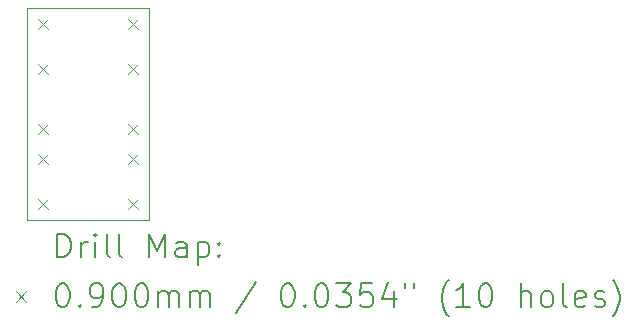
<source format=gbr>
%TF.GenerationSoftware,KiCad,Pcbnew,8.0.7*%
%TF.CreationDate,2024-12-11T02:24:10-05:00*%
%TF.ProjectId,CSAdapter,43534164-6170-4746-9572-2e6b69636164,rev?*%
%TF.SameCoordinates,Original*%
%TF.FileFunction,Drillmap*%
%TF.FilePolarity,Positive*%
%FSLAX45Y45*%
G04 Gerber Fmt 4.5, Leading zero omitted, Abs format (unit mm)*
G04 Created by KiCad (PCBNEW 8.0.7) date 2024-12-11 02:24:10*
%MOMM*%
%LPD*%
G01*
G04 APERTURE LIST*
%ADD10C,0.050000*%
%ADD11C,0.200000*%
%ADD12C,0.100000*%
G04 APERTURE END LIST*
D10*
X10000000Y-10000000D02*
X11040000Y-10000000D01*
X11040000Y-11800000D01*
X10000000Y-11800000D01*
X10000000Y-10000000D01*
D11*
D12*
X10094000Y-10093000D02*
X10184000Y-10183000D01*
X10184000Y-10093000D02*
X10094000Y-10183000D01*
X10094000Y-10474000D02*
X10184000Y-10564000D01*
X10184000Y-10474000D02*
X10094000Y-10564000D01*
X10094000Y-10982000D02*
X10184000Y-11072000D01*
X10184000Y-10982000D02*
X10094000Y-11072000D01*
X10094000Y-11236000D02*
X10184000Y-11326000D01*
X10184000Y-11236000D02*
X10094000Y-11326000D01*
X10094000Y-11617000D02*
X10184000Y-11707000D01*
X10184000Y-11617000D02*
X10094000Y-11707000D01*
X10856000Y-10093000D02*
X10946000Y-10183000D01*
X10946000Y-10093000D02*
X10856000Y-10183000D01*
X10856000Y-10474000D02*
X10946000Y-10564000D01*
X10946000Y-10474000D02*
X10856000Y-10564000D01*
X10856000Y-10982000D02*
X10946000Y-11072000D01*
X10946000Y-10982000D02*
X10856000Y-11072000D01*
X10856000Y-11236000D02*
X10946000Y-11326000D01*
X10946000Y-11236000D02*
X10856000Y-11326000D01*
X10856000Y-11617000D02*
X10946000Y-11707000D01*
X10946000Y-11617000D02*
X10856000Y-11707000D01*
D11*
X10258277Y-12113984D02*
X10258277Y-11913984D01*
X10258277Y-11913984D02*
X10305896Y-11913984D01*
X10305896Y-11913984D02*
X10334467Y-11923508D01*
X10334467Y-11923508D02*
X10353515Y-11942555D01*
X10353515Y-11942555D02*
X10363039Y-11961603D01*
X10363039Y-11961603D02*
X10372563Y-11999698D01*
X10372563Y-11999698D02*
X10372563Y-12028269D01*
X10372563Y-12028269D02*
X10363039Y-12066365D01*
X10363039Y-12066365D02*
X10353515Y-12085412D01*
X10353515Y-12085412D02*
X10334467Y-12104460D01*
X10334467Y-12104460D02*
X10305896Y-12113984D01*
X10305896Y-12113984D02*
X10258277Y-12113984D01*
X10458277Y-12113984D02*
X10458277Y-11980650D01*
X10458277Y-12018746D02*
X10467801Y-11999698D01*
X10467801Y-11999698D02*
X10477324Y-11990174D01*
X10477324Y-11990174D02*
X10496372Y-11980650D01*
X10496372Y-11980650D02*
X10515420Y-11980650D01*
X10582086Y-12113984D02*
X10582086Y-11980650D01*
X10582086Y-11913984D02*
X10572563Y-11923508D01*
X10572563Y-11923508D02*
X10582086Y-11933031D01*
X10582086Y-11933031D02*
X10591610Y-11923508D01*
X10591610Y-11923508D02*
X10582086Y-11913984D01*
X10582086Y-11913984D02*
X10582086Y-11933031D01*
X10705896Y-12113984D02*
X10686848Y-12104460D01*
X10686848Y-12104460D02*
X10677324Y-12085412D01*
X10677324Y-12085412D02*
X10677324Y-11913984D01*
X10810658Y-12113984D02*
X10791610Y-12104460D01*
X10791610Y-12104460D02*
X10782086Y-12085412D01*
X10782086Y-12085412D02*
X10782086Y-11913984D01*
X11039229Y-12113984D02*
X11039229Y-11913984D01*
X11039229Y-11913984D02*
X11105896Y-12056841D01*
X11105896Y-12056841D02*
X11172563Y-11913984D01*
X11172563Y-11913984D02*
X11172563Y-12113984D01*
X11353515Y-12113984D02*
X11353515Y-12009222D01*
X11353515Y-12009222D02*
X11343991Y-11990174D01*
X11343991Y-11990174D02*
X11324943Y-11980650D01*
X11324943Y-11980650D02*
X11286848Y-11980650D01*
X11286848Y-11980650D02*
X11267801Y-11990174D01*
X11353515Y-12104460D02*
X11334467Y-12113984D01*
X11334467Y-12113984D02*
X11286848Y-12113984D01*
X11286848Y-12113984D02*
X11267801Y-12104460D01*
X11267801Y-12104460D02*
X11258277Y-12085412D01*
X11258277Y-12085412D02*
X11258277Y-12066365D01*
X11258277Y-12066365D02*
X11267801Y-12047317D01*
X11267801Y-12047317D02*
X11286848Y-12037793D01*
X11286848Y-12037793D02*
X11334467Y-12037793D01*
X11334467Y-12037793D02*
X11353515Y-12028269D01*
X11448753Y-11980650D02*
X11448753Y-12180650D01*
X11448753Y-11990174D02*
X11467801Y-11980650D01*
X11467801Y-11980650D02*
X11505896Y-11980650D01*
X11505896Y-11980650D02*
X11524943Y-11990174D01*
X11524943Y-11990174D02*
X11534467Y-11999698D01*
X11534467Y-11999698D02*
X11543991Y-12018746D01*
X11543991Y-12018746D02*
X11543991Y-12075888D01*
X11543991Y-12075888D02*
X11534467Y-12094936D01*
X11534467Y-12094936D02*
X11524943Y-12104460D01*
X11524943Y-12104460D02*
X11505896Y-12113984D01*
X11505896Y-12113984D02*
X11467801Y-12113984D01*
X11467801Y-12113984D02*
X11448753Y-12104460D01*
X11629705Y-12094936D02*
X11639229Y-12104460D01*
X11639229Y-12104460D02*
X11629705Y-12113984D01*
X11629705Y-12113984D02*
X11620182Y-12104460D01*
X11620182Y-12104460D02*
X11629705Y-12094936D01*
X11629705Y-12094936D02*
X11629705Y-12113984D01*
X11629705Y-11990174D02*
X11639229Y-11999698D01*
X11639229Y-11999698D02*
X11629705Y-12009222D01*
X11629705Y-12009222D02*
X11620182Y-11999698D01*
X11620182Y-11999698D02*
X11629705Y-11990174D01*
X11629705Y-11990174D02*
X11629705Y-12009222D01*
D12*
X9907500Y-12397500D02*
X9997500Y-12487500D01*
X9997500Y-12397500D02*
X9907500Y-12487500D01*
D11*
X10296372Y-12333984D02*
X10315420Y-12333984D01*
X10315420Y-12333984D02*
X10334467Y-12343508D01*
X10334467Y-12343508D02*
X10343991Y-12353031D01*
X10343991Y-12353031D02*
X10353515Y-12372079D01*
X10353515Y-12372079D02*
X10363039Y-12410174D01*
X10363039Y-12410174D02*
X10363039Y-12457793D01*
X10363039Y-12457793D02*
X10353515Y-12495888D01*
X10353515Y-12495888D02*
X10343991Y-12514936D01*
X10343991Y-12514936D02*
X10334467Y-12524460D01*
X10334467Y-12524460D02*
X10315420Y-12533984D01*
X10315420Y-12533984D02*
X10296372Y-12533984D01*
X10296372Y-12533984D02*
X10277324Y-12524460D01*
X10277324Y-12524460D02*
X10267801Y-12514936D01*
X10267801Y-12514936D02*
X10258277Y-12495888D01*
X10258277Y-12495888D02*
X10248753Y-12457793D01*
X10248753Y-12457793D02*
X10248753Y-12410174D01*
X10248753Y-12410174D02*
X10258277Y-12372079D01*
X10258277Y-12372079D02*
X10267801Y-12353031D01*
X10267801Y-12353031D02*
X10277324Y-12343508D01*
X10277324Y-12343508D02*
X10296372Y-12333984D01*
X10448753Y-12514936D02*
X10458277Y-12524460D01*
X10458277Y-12524460D02*
X10448753Y-12533984D01*
X10448753Y-12533984D02*
X10439229Y-12524460D01*
X10439229Y-12524460D02*
X10448753Y-12514936D01*
X10448753Y-12514936D02*
X10448753Y-12533984D01*
X10553515Y-12533984D02*
X10591610Y-12533984D01*
X10591610Y-12533984D02*
X10610658Y-12524460D01*
X10610658Y-12524460D02*
X10620182Y-12514936D01*
X10620182Y-12514936D02*
X10639229Y-12486365D01*
X10639229Y-12486365D02*
X10648753Y-12448269D01*
X10648753Y-12448269D02*
X10648753Y-12372079D01*
X10648753Y-12372079D02*
X10639229Y-12353031D01*
X10639229Y-12353031D02*
X10629705Y-12343508D01*
X10629705Y-12343508D02*
X10610658Y-12333984D01*
X10610658Y-12333984D02*
X10572563Y-12333984D01*
X10572563Y-12333984D02*
X10553515Y-12343508D01*
X10553515Y-12343508D02*
X10543991Y-12353031D01*
X10543991Y-12353031D02*
X10534467Y-12372079D01*
X10534467Y-12372079D02*
X10534467Y-12419698D01*
X10534467Y-12419698D02*
X10543991Y-12438746D01*
X10543991Y-12438746D02*
X10553515Y-12448269D01*
X10553515Y-12448269D02*
X10572563Y-12457793D01*
X10572563Y-12457793D02*
X10610658Y-12457793D01*
X10610658Y-12457793D02*
X10629705Y-12448269D01*
X10629705Y-12448269D02*
X10639229Y-12438746D01*
X10639229Y-12438746D02*
X10648753Y-12419698D01*
X10772563Y-12333984D02*
X10791610Y-12333984D01*
X10791610Y-12333984D02*
X10810658Y-12343508D01*
X10810658Y-12343508D02*
X10820182Y-12353031D01*
X10820182Y-12353031D02*
X10829705Y-12372079D01*
X10829705Y-12372079D02*
X10839229Y-12410174D01*
X10839229Y-12410174D02*
X10839229Y-12457793D01*
X10839229Y-12457793D02*
X10829705Y-12495888D01*
X10829705Y-12495888D02*
X10820182Y-12514936D01*
X10820182Y-12514936D02*
X10810658Y-12524460D01*
X10810658Y-12524460D02*
X10791610Y-12533984D01*
X10791610Y-12533984D02*
X10772563Y-12533984D01*
X10772563Y-12533984D02*
X10753515Y-12524460D01*
X10753515Y-12524460D02*
X10743991Y-12514936D01*
X10743991Y-12514936D02*
X10734467Y-12495888D01*
X10734467Y-12495888D02*
X10724944Y-12457793D01*
X10724944Y-12457793D02*
X10724944Y-12410174D01*
X10724944Y-12410174D02*
X10734467Y-12372079D01*
X10734467Y-12372079D02*
X10743991Y-12353031D01*
X10743991Y-12353031D02*
X10753515Y-12343508D01*
X10753515Y-12343508D02*
X10772563Y-12333984D01*
X10963039Y-12333984D02*
X10982086Y-12333984D01*
X10982086Y-12333984D02*
X11001134Y-12343508D01*
X11001134Y-12343508D02*
X11010658Y-12353031D01*
X11010658Y-12353031D02*
X11020182Y-12372079D01*
X11020182Y-12372079D02*
X11029705Y-12410174D01*
X11029705Y-12410174D02*
X11029705Y-12457793D01*
X11029705Y-12457793D02*
X11020182Y-12495888D01*
X11020182Y-12495888D02*
X11010658Y-12514936D01*
X11010658Y-12514936D02*
X11001134Y-12524460D01*
X11001134Y-12524460D02*
X10982086Y-12533984D01*
X10982086Y-12533984D02*
X10963039Y-12533984D01*
X10963039Y-12533984D02*
X10943991Y-12524460D01*
X10943991Y-12524460D02*
X10934467Y-12514936D01*
X10934467Y-12514936D02*
X10924944Y-12495888D01*
X10924944Y-12495888D02*
X10915420Y-12457793D01*
X10915420Y-12457793D02*
X10915420Y-12410174D01*
X10915420Y-12410174D02*
X10924944Y-12372079D01*
X10924944Y-12372079D02*
X10934467Y-12353031D01*
X10934467Y-12353031D02*
X10943991Y-12343508D01*
X10943991Y-12343508D02*
X10963039Y-12333984D01*
X11115420Y-12533984D02*
X11115420Y-12400650D01*
X11115420Y-12419698D02*
X11124944Y-12410174D01*
X11124944Y-12410174D02*
X11143991Y-12400650D01*
X11143991Y-12400650D02*
X11172563Y-12400650D01*
X11172563Y-12400650D02*
X11191610Y-12410174D01*
X11191610Y-12410174D02*
X11201134Y-12429222D01*
X11201134Y-12429222D02*
X11201134Y-12533984D01*
X11201134Y-12429222D02*
X11210658Y-12410174D01*
X11210658Y-12410174D02*
X11229705Y-12400650D01*
X11229705Y-12400650D02*
X11258277Y-12400650D01*
X11258277Y-12400650D02*
X11277324Y-12410174D01*
X11277324Y-12410174D02*
X11286848Y-12429222D01*
X11286848Y-12429222D02*
X11286848Y-12533984D01*
X11382086Y-12533984D02*
X11382086Y-12400650D01*
X11382086Y-12419698D02*
X11391610Y-12410174D01*
X11391610Y-12410174D02*
X11410658Y-12400650D01*
X11410658Y-12400650D02*
X11439229Y-12400650D01*
X11439229Y-12400650D02*
X11458277Y-12410174D01*
X11458277Y-12410174D02*
X11467801Y-12429222D01*
X11467801Y-12429222D02*
X11467801Y-12533984D01*
X11467801Y-12429222D02*
X11477324Y-12410174D01*
X11477324Y-12410174D02*
X11496372Y-12400650D01*
X11496372Y-12400650D02*
X11524943Y-12400650D01*
X11524943Y-12400650D02*
X11543991Y-12410174D01*
X11543991Y-12410174D02*
X11553515Y-12429222D01*
X11553515Y-12429222D02*
X11553515Y-12533984D01*
X11943991Y-12324460D02*
X11772563Y-12581603D01*
X12201134Y-12333984D02*
X12220182Y-12333984D01*
X12220182Y-12333984D02*
X12239229Y-12343508D01*
X12239229Y-12343508D02*
X12248753Y-12353031D01*
X12248753Y-12353031D02*
X12258277Y-12372079D01*
X12258277Y-12372079D02*
X12267801Y-12410174D01*
X12267801Y-12410174D02*
X12267801Y-12457793D01*
X12267801Y-12457793D02*
X12258277Y-12495888D01*
X12258277Y-12495888D02*
X12248753Y-12514936D01*
X12248753Y-12514936D02*
X12239229Y-12524460D01*
X12239229Y-12524460D02*
X12220182Y-12533984D01*
X12220182Y-12533984D02*
X12201134Y-12533984D01*
X12201134Y-12533984D02*
X12182086Y-12524460D01*
X12182086Y-12524460D02*
X12172563Y-12514936D01*
X12172563Y-12514936D02*
X12163039Y-12495888D01*
X12163039Y-12495888D02*
X12153515Y-12457793D01*
X12153515Y-12457793D02*
X12153515Y-12410174D01*
X12153515Y-12410174D02*
X12163039Y-12372079D01*
X12163039Y-12372079D02*
X12172563Y-12353031D01*
X12172563Y-12353031D02*
X12182086Y-12343508D01*
X12182086Y-12343508D02*
X12201134Y-12333984D01*
X12353515Y-12514936D02*
X12363039Y-12524460D01*
X12363039Y-12524460D02*
X12353515Y-12533984D01*
X12353515Y-12533984D02*
X12343991Y-12524460D01*
X12343991Y-12524460D02*
X12353515Y-12514936D01*
X12353515Y-12514936D02*
X12353515Y-12533984D01*
X12486848Y-12333984D02*
X12505896Y-12333984D01*
X12505896Y-12333984D02*
X12524944Y-12343508D01*
X12524944Y-12343508D02*
X12534467Y-12353031D01*
X12534467Y-12353031D02*
X12543991Y-12372079D01*
X12543991Y-12372079D02*
X12553515Y-12410174D01*
X12553515Y-12410174D02*
X12553515Y-12457793D01*
X12553515Y-12457793D02*
X12543991Y-12495888D01*
X12543991Y-12495888D02*
X12534467Y-12514936D01*
X12534467Y-12514936D02*
X12524944Y-12524460D01*
X12524944Y-12524460D02*
X12505896Y-12533984D01*
X12505896Y-12533984D02*
X12486848Y-12533984D01*
X12486848Y-12533984D02*
X12467801Y-12524460D01*
X12467801Y-12524460D02*
X12458277Y-12514936D01*
X12458277Y-12514936D02*
X12448753Y-12495888D01*
X12448753Y-12495888D02*
X12439229Y-12457793D01*
X12439229Y-12457793D02*
X12439229Y-12410174D01*
X12439229Y-12410174D02*
X12448753Y-12372079D01*
X12448753Y-12372079D02*
X12458277Y-12353031D01*
X12458277Y-12353031D02*
X12467801Y-12343508D01*
X12467801Y-12343508D02*
X12486848Y-12333984D01*
X12620182Y-12333984D02*
X12743991Y-12333984D01*
X12743991Y-12333984D02*
X12677325Y-12410174D01*
X12677325Y-12410174D02*
X12705896Y-12410174D01*
X12705896Y-12410174D02*
X12724944Y-12419698D01*
X12724944Y-12419698D02*
X12734467Y-12429222D01*
X12734467Y-12429222D02*
X12743991Y-12448269D01*
X12743991Y-12448269D02*
X12743991Y-12495888D01*
X12743991Y-12495888D02*
X12734467Y-12514936D01*
X12734467Y-12514936D02*
X12724944Y-12524460D01*
X12724944Y-12524460D02*
X12705896Y-12533984D01*
X12705896Y-12533984D02*
X12648753Y-12533984D01*
X12648753Y-12533984D02*
X12629706Y-12524460D01*
X12629706Y-12524460D02*
X12620182Y-12514936D01*
X12924944Y-12333984D02*
X12829706Y-12333984D01*
X12829706Y-12333984D02*
X12820182Y-12429222D01*
X12820182Y-12429222D02*
X12829706Y-12419698D01*
X12829706Y-12419698D02*
X12848753Y-12410174D01*
X12848753Y-12410174D02*
X12896372Y-12410174D01*
X12896372Y-12410174D02*
X12915420Y-12419698D01*
X12915420Y-12419698D02*
X12924944Y-12429222D01*
X12924944Y-12429222D02*
X12934467Y-12448269D01*
X12934467Y-12448269D02*
X12934467Y-12495888D01*
X12934467Y-12495888D02*
X12924944Y-12514936D01*
X12924944Y-12514936D02*
X12915420Y-12524460D01*
X12915420Y-12524460D02*
X12896372Y-12533984D01*
X12896372Y-12533984D02*
X12848753Y-12533984D01*
X12848753Y-12533984D02*
X12829706Y-12524460D01*
X12829706Y-12524460D02*
X12820182Y-12514936D01*
X13105896Y-12400650D02*
X13105896Y-12533984D01*
X13058277Y-12324460D02*
X13010658Y-12467317D01*
X13010658Y-12467317D02*
X13134467Y-12467317D01*
X13201134Y-12333984D02*
X13201134Y-12372079D01*
X13277325Y-12333984D02*
X13277325Y-12372079D01*
X13572563Y-12610174D02*
X13563039Y-12600650D01*
X13563039Y-12600650D02*
X13543991Y-12572079D01*
X13543991Y-12572079D02*
X13534468Y-12553031D01*
X13534468Y-12553031D02*
X13524944Y-12524460D01*
X13524944Y-12524460D02*
X13515420Y-12476841D01*
X13515420Y-12476841D02*
X13515420Y-12438746D01*
X13515420Y-12438746D02*
X13524944Y-12391127D01*
X13524944Y-12391127D02*
X13534468Y-12362555D01*
X13534468Y-12362555D02*
X13543991Y-12343508D01*
X13543991Y-12343508D02*
X13563039Y-12314936D01*
X13563039Y-12314936D02*
X13572563Y-12305412D01*
X13753515Y-12533984D02*
X13639229Y-12533984D01*
X13696372Y-12533984D02*
X13696372Y-12333984D01*
X13696372Y-12333984D02*
X13677325Y-12362555D01*
X13677325Y-12362555D02*
X13658277Y-12381603D01*
X13658277Y-12381603D02*
X13639229Y-12391127D01*
X13877325Y-12333984D02*
X13896372Y-12333984D01*
X13896372Y-12333984D02*
X13915420Y-12343508D01*
X13915420Y-12343508D02*
X13924944Y-12353031D01*
X13924944Y-12353031D02*
X13934468Y-12372079D01*
X13934468Y-12372079D02*
X13943991Y-12410174D01*
X13943991Y-12410174D02*
X13943991Y-12457793D01*
X13943991Y-12457793D02*
X13934468Y-12495888D01*
X13934468Y-12495888D02*
X13924944Y-12514936D01*
X13924944Y-12514936D02*
X13915420Y-12524460D01*
X13915420Y-12524460D02*
X13896372Y-12533984D01*
X13896372Y-12533984D02*
X13877325Y-12533984D01*
X13877325Y-12533984D02*
X13858277Y-12524460D01*
X13858277Y-12524460D02*
X13848753Y-12514936D01*
X13848753Y-12514936D02*
X13839229Y-12495888D01*
X13839229Y-12495888D02*
X13829706Y-12457793D01*
X13829706Y-12457793D02*
X13829706Y-12410174D01*
X13829706Y-12410174D02*
X13839229Y-12372079D01*
X13839229Y-12372079D02*
X13848753Y-12353031D01*
X13848753Y-12353031D02*
X13858277Y-12343508D01*
X13858277Y-12343508D02*
X13877325Y-12333984D01*
X14182087Y-12533984D02*
X14182087Y-12333984D01*
X14267801Y-12533984D02*
X14267801Y-12429222D01*
X14267801Y-12429222D02*
X14258277Y-12410174D01*
X14258277Y-12410174D02*
X14239230Y-12400650D01*
X14239230Y-12400650D02*
X14210658Y-12400650D01*
X14210658Y-12400650D02*
X14191610Y-12410174D01*
X14191610Y-12410174D02*
X14182087Y-12419698D01*
X14391610Y-12533984D02*
X14372563Y-12524460D01*
X14372563Y-12524460D02*
X14363039Y-12514936D01*
X14363039Y-12514936D02*
X14353515Y-12495888D01*
X14353515Y-12495888D02*
X14353515Y-12438746D01*
X14353515Y-12438746D02*
X14363039Y-12419698D01*
X14363039Y-12419698D02*
X14372563Y-12410174D01*
X14372563Y-12410174D02*
X14391610Y-12400650D01*
X14391610Y-12400650D02*
X14420182Y-12400650D01*
X14420182Y-12400650D02*
X14439230Y-12410174D01*
X14439230Y-12410174D02*
X14448753Y-12419698D01*
X14448753Y-12419698D02*
X14458277Y-12438746D01*
X14458277Y-12438746D02*
X14458277Y-12495888D01*
X14458277Y-12495888D02*
X14448753Y-12514936D01*
X14448753Y-12514936D02*
X14439230Y-12524460D01*
X14439230Y-12524460D02*
X14420182Y-12533984D01*
X14420182Y-12533984D02*
X14391610Y-12533984D01*
X14572563Y-12533984D02*
X14553515Y-12524460D01*
X14553515Y-12524460D02*
X14543991Y-12505412D01*
X14543991Y-12505412D02*
X14543991Y-12333984D01*
X14724944Y-12524460D02*
X14705896Y-12533984D01*
X14705896Y-12533984D02*
X14667801Y-12533984D01*
X14667801Y-12533984D02*
X14648753Y-12524460D01*
X14648753Y-12524460D02*
X14639230Y-12505412D01*
X14639230Y-12505412D02*
X14639230Y-12429222D01*
X14639230Y-12429222D02*
X14648753Y-12410174D01*
X14648753Y-12410174D02*
X14667801Y-12400650D01*
X14667801Y-12400650D02*
X14705896Y-12400650D01*
X14705896Y-12400650D02*
X14724944Y-12410174D01*
X14724944Y-12410174D02*
X14734468Y-12429222D01*
X14734468Y-12429222D02*
X14734468Y-12448269D01*
X14734468Y-12448269D02*
X14639230Y-12467317D01*
X14810658Y-12524460D02*
X14829706Y-12533984D01*
X14829706Y-12533984D02*
X14867801Y-12533984D01*
X14867801Y-12533984D02*
X14886849Y-12524460D01*
X14886849Y-12524460D02*
X14896372Y-12505412D01*
X14896372Y-12505412D02*
X14896372Y-12495888D01*
X14896372Y-12495888D02*
X14886849Y-12476841D01*
X14886849Y-12476841D02*
X14867801Y-12467317D01*
X14867801Y-12467317D02*
X14839230Y-12467317D01*
X14839230Y-12467317D02*
X14820182Y-12457793D01*
X14820182Y-12457793D02*
X14810658Y-12438746D01*
X14810658Y-12438746D02*
X14810658Y-12429222D01*
X14810658Y-12429222D02*
X14820182Y-12410174D01*
X14820182Y-12410174D02*
X14839230Y-12400650D01*
X14839230Y-12400650D02*
X14867801Y-12400650D01*
X14867801Y-12400650D02*
X14886849Y-12410174D01*
X14963039Y-12610174D02*
X14972563Y-12600650D01*
X14972563Y-12600650D02*
X14991611Y-12572079D01*
X14991611Y-12572079D02*
X15001134Y-12553031D01*
X15001134Y-12553031D02*
X15010658Y-12524460D01*
X15010658Y-12524460D02*
X15020182Y-12476841D01*
X15020182Y-12476841D02*
X15020182Y-12438746D01*
X15020182Y-12438746D02*
X15010658Y-12391127D01*
X15010658Y-12391127D02*
X15001134Y-12362555D01*
X15001134Y-12362555D02*
X14991611Y-12343508D01*
X14991611Y-12343508D02*
X14972563Y-12314936D01*
X14972563Y-12314936D02*
X14963039Y-12305412D01*
M02*

</source>
